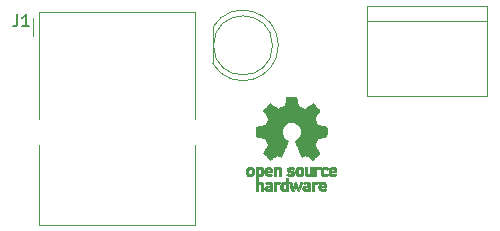
<source format=gbr>
G04 #@! TF.GenerationSoftware,KiCad,Pcbnew,(5.1.0)-1*
G04 #@! TF.CreationDate,2019-09-10T00:52:53+02:00*
G04 #@! TF.ProjectId,big_button_v1,6269675f-6275-4747-946f-6e5f76312e6b,rev?*
G04 #@! TF.SameCoordinates,Original*
G04 #@! TF.FileFunction,Legend,Top*
G04 #@! TF.FilePolarity,Positive*
%FSLAX46Y46*%
G04 Gerber Fmt 4.6, Leading zero omitted, Abs format (unit mm)*
G04 Created by KiCad (PCBNEW (5.1.0)-1) date 2019-09-10 00:52:53*
%MOMM*%
%LPD*%
G04 APERTURE LIST*
%ADD10C,0.010000*%
%ADD11C,0.120000*%
%ADD12C,0.100000*%
%ADD13C,0.150000*%
%ADD14R,1.622000X1.622000*%
%ADD15C,3.352000*%
%ADD16C,1.622000*%
%ADD17C,5.602000*%
%ADD18C,2.802000*%
%ADD19C,3.102000*%
%ADD20R,3.102000X3.102000*%
%ADD21C,1.902000*%
%ADD22R,1.902000X1.902000*%
G04 APERTURE END LIST*
D10*
G36*
X138694964Y-89318576D02*
G01*
X138770513Y-89719322D01*
X139328041Y-89949154D01*
X139662465Y-89721748D01*
X139756122Y-89658431D01*
X139840782Y-89601896D01*
X139912495Y-89554727D01*
X139967311Y-89519502D01*
X140001280Y-89498805D01*
X140010530Y-89494342D01*
X140027195Y-89505820D01*
X140062806Y-89537551D01*
X140113371Y-89585483D01*
X140174900Y-89645562D01*
X140243399Y-89713733D01*
X140314879Y-89785945D01*
X140385347Y-89858142D01*
X140450811Y-89926273D01*
X140507280Y-89986283D01*
X140550763Y-90034119D01*
X140577268Y-90065727D01*
X140583605Y-90076305D01*
X140574486Y-90095806D01*
X140548920Y-90138531D01*
X140509597Y-90200298D01*
X140459203Y-90276931D01*
X140400427Y-90364248D01*
X140366368Y-90414052D01*
X140304289Y-90504993D01*
X140249126Y-90587059D01*
X140203554Y-90656163D01*
X140170250Y-90708222D01*
X140151890Y-90739150D01*
X140149131Y-90745650D01*
X140155385Y-90764121D01*
X140172434Y-90807172D01*
X140197703Y-90868749D01*
X140228622Y-90942799D01*
X140262618Y-91023270D01*
X140297118Y-91104107D01*
X140329551Y-91179258D01*
X140357343Y-91242671D01*
X140377923Y-91288293D01*
X140388719Y-91310069D01*
X140389356Y-91310926D01*
X140406307Y-91315084D01*
X140451451Y-91324361D01*
X140520110Y-91337844D01*
X140607602Y-91354621D01*
X140709250Y-91373781D01*
X140768556Y-91384830D01*
X140877172Y-91405510D01*
X140975277Y-91425189D01*
X141057909Y-91442789D01*
X141120104Y-91457233D01*
X141156899Y-91467446D01*
X141164296Y-91470686D01*
X141171540Y-91492617D01*
X141177385Y-91542147D01*
X141181835Y-91613485D01*
X141184893Y-91700839D01*
X141186565Y-91798417D01*
X141186853Y-91900426D01*
X141185761Y-92001075D01*
X141183294Y-92094572D01*
X141179456Y-92175125D01*
X141174250Y-92236942D01*
X141167681Y-92274230D01*
X141163741Y-92281993D01*
X141140188Y-92291298D01*
X141090282Y-92304600D01*
X141020623Y-92320337D01*
X140937813Y-92336946D01*
X140908905Y-92342319D01*
X140769531Y-92367848D01*
X140659436Y-92388408D01*
X140574982Y-92404815D01*
X140512530Y-92417887D01*
X140468444Y-92428441D01*
X140439085Y-92437294D01*
X140420815Y-92445263D01*
X140409998Y-92453165D01*
X140408485Y-92454727D01*
X140393377Y-92479886D01*
X140370329Y-92528850D01*
X140341644Y-92595621D01*
X140309622Y-92674205D01*
X140276565Y-92758607D01*
X140244773Y-92842830D01*
X140216549Y-92920879D01*
X140194193Y-92986759D01*
X140180007Y-93034473D01*
X140176293Y-93058027D01*
X140176602Y-93058852D01*
X140189189Y-93078104D01*
X140217744Y-93120463D01*
X140259267Y-93181521D01*
X140310756Y-93256868D01*
X140369211Y-93342096D01*
X140385858Y-93366315D01*
X140445215Y-93454123D01*
X140497447Y-93534238D01*
X140539708Y-93602062D01*
X140569153Y-93652993D01*
X140582937Y-93682431D01*
X140583605Y-93686048D01*
X140572024Y-93705057D01*
X140540024Y-93742714D01*
X140491718Y-93794973D01*
X140431220Y-93857786D01*
X140362644Y-93927106D01*
X140290104Y-93998885D01*
X140217712Y-94069077D01*
X140149584Y-94133635D01*
X140089832Y-94188510D01*
X140042571Y-94229656D01*
X140011913Y-94253026D01*
X140003432Y-94256842D01*
X139983691Y-94247855D01*
X139943274Y-94223616D01*
X139888763Y-94188209D01*
X139846823Y-94159711D01*
X139770829Y-94107418D01*
X139680834Y-94045845D01*
X139590564Y-93984370D01*
X139542032Y-93951469D01*
X139377762Y-93840359D01*
X139239869Y-93914916D01*
X139177049Y-93947578D01*
X139123629Y-93972966D01*
X139087484Y-93987446D01*
X139078284Y-93989460D01*
X139067221Y-93974584D01*
X139045394Y-93932547D01*
X139014434Y-93867227D01*
X138975970Y-93782500D01*
X138931632Y-93682245D01*
X138883047Y-93570339D01*
X138831846Y-93450659D01*
X138779659Y-93327084D01*
X138728113Y-93203491D01*
X138678840Y-93083757D01*
X138633467Y-92971759D01*
X138593625Y-92871377D01*
X138560942Y-92786486D01*
X138537049Y-92720965D01*
X138523574Y-92678690D01*
X138521406Y-92664172D01*
X138538583Y-92645653D01*
X138576190Y-92615590D01*
X138626366Y-92580232D01*
X138630578Y-92577434D01*
X138760264Y-92473625D01*
X138864834Y-92352515D01*
X138943381Y-92217976D01*
X138994999Y-92073882D01*
X139018782Y-91924105D01*
X139013823Y-91772517D01*
X138979217Y-91622992D01*
X138914057Y-91479400D01*
X138894886Y-91447984D01*
X138795174Y-91321125D01*
X138677377Y-91219255D01*
X138545571Y-91142904D01*
X138403833Y-91092602D01*
X138256242Y-91068879D01*
X138106873Y-91072265D01*
X137959803Y-91103288D01*
X137819111Y-91162480D01*
X137688873Y-91250369D01*
X137648586Y-91286042D01*
X137546055Y-91397706D01*
X137471341Y-91515257D01*
X137420090Y-91647020D01*
X137391546Y-91777507D01*
X137384500Y-91924216D01*
X137407996Y-92071653D01*
X137459649Y-92214834D01*
X137537071Y-92348777D01*
X137637875Y-92468498D01*
X137759676Y-92569014D01*
X137775684Y-92579609D01*
X137826398Y-92614306D01*
X137864950Y-92644370D01*
X137883381Y-92663565D01*
X137883649Y-92664172D01*
X137879692Y-92684936D01*
X137864007Y-92732062D01*
X137838222Y-92801673D01*
X137803969Y-92889893D01*
X137762877Y-92992844D01*
X137716576Y-93106650D01*
X137666696Y-93227435D01*
X137614867Y-93351321D01*
X137562719Y-93474432D01*
X137511882Y-93592891D01*
X137463987Y-93702823D01*
X137420662Y-93800349D01*
X137383538Y-93881593D01*
X137354244Y-93942679D01*
X137334412Y-93979730D01*
X137326426Y-93989460D01*
X137302021Y-93981883D01*
X137256358Y-93961560D01*
X137197310Y-93932125D01*
X137164840Y-93914916D01*
X137026947Y-93840359D01*
X136862677Y-93951469D01*
X136778821Y-94008390D01*
X136687013Y-94071030D01*
X136600980Y-94130011D01*
X136557887Y-94159711D01*
X136497277Y-94200410D01*
X136445955Y-94232663D01*
X136410615Y-94252384D01*
X136399137Y-94256554D01*
X136382430Y-94245307D01*
X136345454Y-94213911D01*
X136291795Y-94165624D01*
X136225038Y-94103708D01*
X136148766Y-94031421D01*
X136100527Y-93985008D01*
X136016133Y-93902087D01*
X135943197Y-93827920D01*
X135884669Y-93765680D01*
X135843497Y-93718541D01*
X135822628Y-93689673D01*
X135820626Y-93683815D01*
X135829917Y-93661532D01*
X135855591Y-93616477D01*
X135894800Y-93553211D01*
X135944697Y-93476295D01*
X136002433Y-93390292D01*
X136018851Y-93366315D01*
X136078677Y-93279170D01*
X136132350Y-93200710D01*
X136176870Y-93135345D01*
X136209235Y-93087484D01*
X136226445Y-93061535D01*
X136228107Y-93058852D01*
X136225621Y-93038172D01*
X136212423Y-92992704D01*
X136190814Y-92928444D01*
X136163096Y-92851387D01*
X136131570Y-92767529D01*
X136098537Y-92682866D01*
X136066299Y-92603392D01*
X136037157Y-92535104D01*
X136013412Y-92483997D01*
X135997365Y-92456067D01*
X135996225Y-92454727D01*
X135986412Y-92446745D01*
X135969839Y-92438851D01*
X135942868Y-92430229D01*
X135901861Y-92420062D01*
X135843180Y-92407531D01*
X135763187Y-92391821D01*
X135658245Y-92372113D01*
X135524715Y-92347592D01*
X135495804Y-92342319D01*
X135410118Y-92325764D01*
X135335418Y-92309569D01*
X135278306Y-92295296D01*
X135245383Y-92284508D01*
X135240969Y-92281993D01*
X135233694Y-92259696D01*
X135227781Y-92209869D01*
X135223234Y-92138304D01*
X135220055Y-92050793D01*
X135218251Y-91953128D01*
X135217823Y-91851101D01*
X135218777Y-91750503D01*
X135221116Y-91657127D01*
X135224844Y-91576765D01*
X135229966Y-91515209D01*
X135236484Y-91478250D01*
X135240414Y-91470686D01*
X135262292Y-91463056D01*
X135312109Y-91450642D01*
X135384903Y-91434522D01*
X135475711Y-91415773D01*
X135579569Y-91395471D01*
X135636154Y-91384830D01*
X135743514Y-91364760D01*
X135839254Y-91346580D01*
X135918694Y-91331199D01*
X135977154Y-91319531D01*
X136009955Y-91312488D01*
X136015354Y-91310926D01*
X136024478Y-91293322D01*
X136043765Y-91250918D01*
X136070645Y-91189772D01*
X136102546Y-91115943D01*
X136136898Y-91035489D01*
X136171129Y-90954468D01*
X136202669Y-90878937D01*
X136228946Y-90814955D01*
X136247389Y-90768580D01*
X136255429Y-90745869D01*
X136255578Y-90744876D01*
X136246465Y-90726961D01*
X136220914Y-90685733D01*
X136181612Y-90625291D01*
X136131243Y-90549731D01*
X136072494Y-90463152D01*
X136038342Y-90413421D01*
X135976110Y-90322236D01*
X135920836Y-90239449D01*
X135875218Y-90169249D01*
X135841952Y-90115824D01*
X135823736Y-90083361D01*
X135821105Y-90076083D01*
X135832414Y-90059145D01*
X135863681Y-90022978D01*
X135910910Y-89971635D01*
X135970108Y-89909167D01*
X136037281Y-89839626D01*
X136108434Y-89767065D01*
X136179574Y-89695535D01*
X136246707Y-89629087D01*
X136305839Y-89571774D01*
X136352975Y-89527647D01*
X136384123Y-89500759D01*
X136394543Y-89494342D01*
X136411509Y-89503365D01*
X136452089Y-89528715D01*
X136512337Y-89567810D01*
X136588307Y-89618071D01*
X136676054Y-89676917D01*
X136742244Y-89721748D01*
X137076668Y-89949154D01*
X137355433Y-89834238D01*
X137634197Y-89719322D01*
X137709746Y-89318576D01*
X137785294Y-88917829D01*
X138619415Y-88917829D01*
X138694964Y-89318576D01*
X138694964Y-89318576D01*
G37*
X138694964Y-89318576D02*
X138770513Y-89719322D01*
X139328041Y-89949154D01*
X139662465Y-89721748D01*
X139756122Y-89658431D01*
X139840782Y-89601896D01*
X139912495Y-89554727D01*
X139967311Y-89519502D01*
X140001280Y-89498805D01*
X140010530Y-89494342D01*
X140027195Y-89505820D01*
X140062806Y-89537551D01*
X140113371Y-89585483D01*
X140174900Y-89645562D01*
X140243399Y-89713733D01*
X140314879Y-89785945D01*
X140385347Y-89858142D01*
X140450811Y-89926273D01*
X140507280Y-89986283D01*
X140550763Y-90034119D01*
X140577268Y-90065727D01*
X140583605Y-90076305D01*
X140574486Y-90095806D01*
X140548920Y-90138531D01*
X140509597Y-90200298D01*
X140459203Y-90276931D01*
X140400427Y-90364248D01*
X140366368Y-90414052D01*
X140304289Y-90504993D01*
X140249126Y-90587059D01*
X140203554Y-90656163D01*
X140170250Y-90708222D01*
X140151890Y-90739150D01*
X140149131Y-90745650D01*
X140155385Y-90764121D01*
X140172434Y-90807172D01*
X140197703Y-90868749D01*
X140228622Y-90942799D01*
X140262618Y-91023270D01*
X140297118Y-91104107D01*
X140329551Y-91179258D01*
X140357343Y-91242671D01*
X140377923Y-91288293D01*
X140388719Y-91310069D01*
X140389356Y-91310926D01*
X140406307Y-91315084D01*
X140451451Y-91324361D01*
X140520110Y-91337844D01*
X140607602Y-91354621D01*
X140709250Y-91373781D01*
X140768556Y-91384830D01*
X140877172Y-91405510D01*
X140975277Y-91425189D01*
X141057909Y-91442789D01*
X141120104Y-91457233D01*
X141156899Y-91467446D01*
X141164296Y-91470686D01*
X141171540Y-91492617D01*
X141177385Y-91542147D01*
X141181835Y-91613485D01*
X141184893Y-91700839D01*
X141186565Y-91798417D01*
X141186853Y-91900426D01*
X141185761Y-92001075D01*
X141183294Y-92094572D01*
X141179456Y-92175125D01*
X141174250Y-92236942D01*
X141167681Y-92274230D01*
X141163741Y-92281993D01*
X141140188Y-92291298D01*
X141090282Y-92304600D01*
X141020623Y-92320337D01*
X140937813Y-92336946D01*
X140908905Y-92342319D01*
X140769531Y-92367848D01*
X140659436Y-92388408D01*
X140574982Y-92404815D01*
X140512530Y-92417887D01*
X140468444Y-92428441D01*
X140439085Y-92437294D01*
X140420815Y-92445263D01*
X140409998Y-92453165D01*
X140408485Y-92454727D01*
X140393377Y-92479886D01*
X140370329Y-92528850D01*
X140341644Y-92595621D01*
X140309622Y-92674205D01*
X140276565Y-92758607D01*
X140244773Y-92842830D01*
X140216549Y-92920879D01*
X140194193Y-92986759D01*
X140180007Y-93034473D01*
X140176293Y-93058027D01*
X140176602Y-93058852D01*
X140189189Y-93078104D01*
X140217744Y-93120463D01*
X140259267Y-93181521D01*
X140310756Y-93256868D01*
X140369211Y-93342096D01*
X140385858Y-93366315D01*
X140445215Y-93454123D01*
X140497447Y-93534238D01*
X140539708Y-93602062D01*
X140569153Y-93652993D01*
X140582937Y-93682431D01*
X140583605Y-93686048D01*
X140572024Y-93705057D01*
X140540024Y-93742714D01*
X140491718Y-93794973D01*
X140431220Y-93857786D01*
X140362644Y-93927106D01*
X140290104Y-93998885D01*
X140217712Y-94069077D01*
X140149584Y-94133635D01*
X140089832Y-94188510D01*
X140042571Y-94229656D01*
X140011913Y-94253026D01*
X140003432Y-94256842D01*
X139983691Y-94247855D01*
X139943274Y-94223616D01*
X139888763Y-94188209D01*
X139846823Y-94159711D01*
X139770829Y-94107418D01*
X139680834Y-94045845D01*
X139590564Y-93984370D01*
X139542032Y-93951469D01*
X139377762Y-93840359D01*
X139239869Y-93914916D01*
X139177049Y-93947578D01*
X139123629Y-93972966D01*
X139087484Y-93987446D01*
X139078284Y-93989460D01*
X139067221Y-93974584D01*
X139045394Y-93932547D01*
X139014434Y-93867227D01*
X138975970Y-93782500D01*
X138931632Y-93682245D01*
X138883047Y-93570339D01*
X138831846Y-93450659D01*
X138779659Y-93327084D01*
X138728113Y-93203491D01*
X138678840Y-93083757D01*
X138633467Y-92971759D01*
X138593625Y-92871377D01*
X138560942Y-92786486D01*
X138537049Y-92720965D01*
X138523574Y-92678690D01*
X138521406Y-92664172D01*
X138538583Y-92645653D01*
X138576190Y-92615590D01*
X138626366Y-92580232D01*
X138630578Y-92577434D01*
X138760264Y-92473625D01*
X138864834Y-92352515D01*
X138943381Y-92217976D01*
X138994999Y-92073882D01*
X139018782Y-91924105D01*
X139013823Y-91772517D01*
X138979217Y-91622992D01*
X138914057Y-91479400D01*
X138894886Y-91447984D01*
X138795174Y-91321125D01*
X138677377Y-91219255D01*
X138545571Y-91142904D01*
X138403833Y-91092602D01*
X138256242Y-91068879D01*
X138106873Y-91072265D01*
X137959803Y-91103288D01*
X137819111Y-91162480D01*
X137688873Y-91250369D01*
X137648586Y-91286042D01*
X137546055Y-91397706D01*
X137471341Y-91515257D01*
X137420090Y-91647020D01*
X137391546Y-91777507D01*
X137384500Y-91924216D01*
X137407996Y-92071653D01*
X137459649Y-92214834D01*
X137537071Y-92348777D01*
X137637875Y-92468498D01*
X137759676Y-92569014D01*
X137775684Y-92579609D01*
X137826398Y-92614306D01*
X137864950Y-92644370D01*
X137883381Y-92663565D01*
X137883649Y-92664172D01*
X137879692Y-92684936D01*
X137864007Y-92732062D01*
X137838222Y-92801673D01*
X137803969Y-92889893D01*
X137762877Y-92992844D01*
X137716576Y-93106650D01*
X137666696Y-93227435D01*
X137614867Y-93351321D01*
X137562719Y-93474432D01*
X137511882Y-93592891D01*
X137463987Y-93702823D01*
X137420662Y-93800349D01*
X137383538Y-93881593D01*
X137354244Y-93942679D01*
X137334412Y-93979730D01*
X137326426Y-93989460D01*
X137302021Y-93981883D01*
X137256358Y-93961560D01*
X137197310Y-93932125D01*
X137164840Y-93914916D01*
X137026947Y-93840359D01*
X136862677Y-93951469D01*
X136778821Y-94008390D01*
X136687013Y-94071030D01*
X136600980Y-94130011D01*
X136557887Y-94159711D01*
X136497277Y-94200410D01*
X136445955Y-94232663D01*
X136410615Y-94252384D01*
X136399137Y-94256554D01*
X136382430Y-94245307D01*
X136345454Y-94213911D01*
X136291795Y-94165624D01*
X136225038Y-94103708D01*
X136148766Y-94031421D01*
X136100527Y-93985008D01*
X136016133Y-93902087D01*
X135943197Y-93827920D01*
X135884669Y-93765680D01*
X135843497Y-93718541D01*
X135822628Y-93689673D01*
X135820626Y-93683815D01*
X135829917Y-93661532D01*
X135855591Y-93616477D01*
X135894800Y-93553211D01*
X135944697Y-93476295D01*
X136002433Y-93390292D01*
X136018851Y-93366315D01*
X136078677Y-93279170D01*
X136132350Y-93200710D01*
X136176870Y-93135345D01*
X136209235Y-93087484D01*
X136226445Y-93061535D01*
X136228107Y-93058852D01*
X136225621Y-93038172D01*
X136212423Y-92992704D01*
X136190814Y-92928444D01*
X136163096Y-92851387D01*
X136131570Y-92767529D01*
X136098537Y-92682866D01*
X136066299Y-92603392D01*
X136037157Y-92535104D01*
X136013412Y-92483997D01*
X135997365Y-92456067D01*
X135996225Y-92454727D01*
X135986412Y-92446745D01*
X135969839Y-92438851D01*
X135942868Y-92430229D01*
X135901861Y-92420062D01*
X135843180Y-92407531D01*
X135763187Y-92391821D01*
X135658245Y-92372113D01*
X135524715Y-92347592D01*
X135495804Y-92342319D01*
X135410118Y-92325764D01*
X135335418Y-92309569D01*
X135278306Y-92295296D01*
X135245383Y-92284508D01*
X135240969Y-92281993D01*
X135233694Y-92259696D01*
X135227781Y-92209869D01*
X135223234Y-92138304D01*
X135220055Y-92050793D01*
X135218251Y-91953128D01*
X135217823Y-91851101D01*
X135218777Y-91750503D01*
X135221116Y-91657127D01*
X135224844Y-91576765D01*
X135229966Y-91515209D01*
X135236484Y-91478250D01*
X135240414Y-91470686D01*
X135262292Y-91463056D01*
X135312109Y-91450642D01*
X135384903Y-91434522D01*
X135475711Y-91415773D01*
X135579569Y-91395471D01*
X135636154Y-91384830D01*
X135743514Y-91364760D01*
X135839254Y-91346580D01*
X135918694Y-91331199D01*
X135977154Y-91319531D01*
X136009955Y-91312488D01*
X136015354Y-91310926D01*
X136024478Y-91293322D01*
X136043765Y-91250918D01*
X136070645Y-91189772D01*
X136102546Y-91115943D01*
X136136898Y-91035489D01*
X136171129Y-90954468D01*
X136202669Y-90878937D01*
X136228946Y-90814955D01*
X136247389Y-90768580D01*
X136255429Y-90745869D01*
X136255578Y-90744876D01*
X136246465Y-90726961D01*
X136220914Y-90685733D01*
X136181612Y-90625291D01*
X136131243Y-90549731D01*
X136072494Y-90463152D01*
X136038342Y-90413421D01*
X135976110Y-90322236D01*
X135920836Y-90239449D01*
X135875218Y-90169249D01*
X135841952Y-90115824D01*
X135823736Y-90083361D01*
X135821105Y-90076083D01*
X135832414Y-90059145D01*
X135863681Y-90022978D01*
X135910910Y-89971635D01*
X135970108Y-89909167D01*
X136037281Y-89839626D01*
X136108434Y-89767065D01*
X136179574Y-89695535D01*
X136246707Y-89629087D01*
X136305839Y-89571774D01*
X136352975Y-89527647D01*
X136384123Y-89500759D01*
X136394543Y-89494342D01*
X136411509Y-89503365D01*
X136452089Y-89528715D01*
X136512337Y-89567810D01*
X136588307Y-89618071D01*
X136676054Y-89676917D01*
X136742244Y-89721748D01*
X137076668Y-89949154D01*
X137355433Y-89834238D01*
X137634197Y-89719322D01*
X137709746Y-89318576D01*
X137785294Y-88917829D01*
X138619415Y-88917829D01*
X138694964Y-89318576D01*
G36*
X140585388Y-94857645D02*
G01*
X140642865Y-94875206D01*
X140679872Y-94897395D01*
X140691927Y-94914942D01*
X140688609Y-94935742D01*
X140667079Y-94968419D01*
X140648874Y-94991562D01*
X140611344Y-95033402D01*
X140583148Y-95051005D01*
X140559111Y-95049856D01*
X140487808Y-95031710D01*
X140435442Y-95032534D01*
X140392918Y-95053098D01*
X140378642Y-95065134D01*
X140332947Y-95107483D01*
X140332947Y-95660526D01*
X140149131Y-95660526D01*
X140149131Y-94858421D01*
X140241039Y-94858421D01*
X140296219Y-94860603D01*
X140324688Y-94868351D01*
X140332943Y-94883468D01*
X140332947Y-94883916D01*
X140336845Y-94899749D01*
X140354474Y-94897684D01*
X140378901Y-94886261D01*
X140429350Y-94865005D01*
X140470316Y-94852216D01*
X140523028Y-94848938D01*
X140585388Y-94857645D01*
X140585388Y-94857645D01*
G37*
X140585388Y-94857645D02*
X140642865Y-94875206D01*
X140679872Y-94897395D01*
X140691927Y-94914942D01*
X140688609Y-94935742D01*
X140667079Y-94968419D01*
X140648874Y-94991562D01*
X140611344Y-95033402D01*
X140583148Y-95051005D01*
X140559111Y-95049856D01*
X140487808Y-95031710D01*
X140435442Y-95032534D01*
X140392918Y-95053098D01*
X140378642Y-95065134D01*
X140332947Y-95107483D01*
X140332947Y-95660526D01*
X140149131Y-95660526D01*
X140149131Y-94858421D01*
X140241039Y-94858421D01*
X140296219Y-94860603D01*
X140324688Y-94868351D01*
X140332943Y-94883468D01*
X140332947Y-94883916D01*
X140336845Y-94899749D01*
X140354474Y-94897684D01*
X140378901Y-94886261D01*
X140429350Y-94865005D01*
X140470316Y-94852216D01*
X140523028Y-94848938D01*
X140585388Y-94857645D01*
G36*
X137191957Y-94872226D02*
G01*
X137233546Y-94892090D01*
X137273825Y-94920784D01*
X137304510Y-94953809D01*
X137326861Y-94995931D01*
X137342136Y-95051915D01*
X137351592Y-95126528D01*
X137356487Y-95224535D01*
X137358081Y-95350702D01*
X137358106Y-95363914D01*
X137358473Y-95660526D01*
X137174657Y-95660526D01*
X137174657Y-95387081D01*
X137174527Y-95285777D01*
X137173621Y-95212353D01*
X137171173Y-95161271D01*
X137166414Y-95126990D01*
X137158574Y-95103971D01*
X137146885Y-95086673D01*
X137130602Y-95069581D01*
X137073634Y-95032857D01*
X137011445Y-95026042D01*
X136952199Y-95049261D01*
X136931595Y-95066543D01*
X136916470Y-95082791D01*
X136905610Y-95100191D01*
X136898310Y-95124212D01*
X136893863Y-95160322D01*
X136891564Y-95213988D01*
X136890704Y-95290680D01*
X136890578Y-95384043D01*
X136890578Y-95660526D01*
X136706763Y-95660526D01*
X136706763Y-94858421D01*
X136798671Y-94858421D01*
X136853851Y-94860603D01*
X136882320Y-94868351D01*
X136890575Y-94883468D01*
X136890578Y-94883916D01*
X136894408Y-94898720D01*
X136911301Y-94897040D01*
X136944888Y-94880773D01*
X137021063Y-94856840D01*
X137108200Y-94854178D01*
X137191957Y-94872226D01*
X137191957Y-94872226D01*
G37*
X137191957Y-94872226D02*
X137233546Y-94892090D01*
X137273825Y-94920784D01*
X137304510Y-94953809D01*
X137326861Y-94995931D01*
X137342136Y-95051915D01*
X137351592Y-95126528D01*
X137356487Y-95224535D01*
X137358081Y-95350702D01*
X137358106Y-95363914D01*
X137358473Y-95660526D01*
X137174657Y-95660526D01*
X137174657Y-95387081D01*
X137174527Y-95285777D01*
X137173621Y-95212353D01*
X137171173Y-95161271D01*
X137166414Y-95126990D01*
X137158574Y-95103971D01*
X137146885Y-95086673D01*
X137130602Y-95069581D01*
X137073634Y-95032857D01*
X137011445Y-95026042D01*
X136952199Y-95049261D01*
X136931595Y-95066543D01*
X136916470Y-95082791D01*
X136905610Y-95100191D01*
X136898310Y-95124212D01*
X136893863Y-95160322D01*
X136891564Y-95213988D01*
X136890704Y-95290680D01*
X136890578Y-95384043D01*
X136890578Y-95660526D01*
X136706763Y-95660526D01*
X136706763Y-94858421D01*
X136798671Y-94858421D01*
X136853851Y-94860603D01*
X136882320Y-94868351D01*
X136890575Y-94883468D01*
X136890578Y-94883916D01*
X136894408Y-94898720D01*
X136911301Y-94897040D01*
X136944888Y-94880773D01*
X137021063Y-94856840D01*
X137108200Y-94854178D01*
X137191957Y-94872226D01*
G36*
X141752784Y-94855554D02*
G01*
X141795574Y-94865949D01*
X141877609Y-94904013D01*
X141947757Y-94962149D01*
X141996305Y-95031852D01*
X142002975Y-95047502D01*
X142012124Y-95088496D01*
X142018529Y-95149138D01*
X142020710Y-95210430D01*
X142020710Y-95326316D01*
X141778407Y-95326316D01*
X141678471Y-95326693D01*
X141608069Y-95328987D01*
X141563313Y-95334938D01*
X141540315Y-95346285D01*
X141535189Y-95364771D01*
X141544048Y-95392136D01*
X141559917Y-95424155D01*
X141604184Y-95477592D01*
X141665699Y-95504215D01*
X141740885Y-95503347D01*
X141826053Y-95474371D01*
X141899659Y-95438611D01*
X141960734Y-95486904D01*
X142021810Y-95535197D01*
X141964351Y-95588285D01*
X141887641Y-95638445D01*
X141793302Y-95668688D01*
X141691827Y-95677151D01*
X141593711Y-95661974D01*
X141577881Y-95656824D01*
X141491647Y-95611791D01*
X141427501Y-95544652D01*
X141384091Y-95453405D01*
X141360064Y-95336044D01*
X141359784Y-95333529D01*
X141357633Y-95205627D01*
X141366329Y-95159997D01*
X141536105Y-95159997D01*
X141551697Y-95167013D01*
X141594029Y-95172388D01*
X141656434Y-95175457D01*
X141695981Y-95175921D01*
X141769728Y-95175630D01*
X141815840Y-95173783D01*
X141840100Y-95168912D01*
X141848294Y-95159555D01*
X141846206Y-95144245D01*
X141844455Y-95138322D01*
X141814560Y-95082668D01*
X141767542Y-95037815D01*
X141726049Y-95018105D01*
X141670926Y-95019295D01*
X141615068Y-95043875D01*
X141568212Y-95084570D01*
X141540094Y-95134108D01*
X141536105Y-95159997D01*
X141366329Y-95159997D01*
X141379074Y-95093133D01*
X141421611Y-94998727D01*
X141482747Y-94925088D01*
X141559985Y-94874893D01*
X141650830Y-94850822D01*
X141752784Y-94855554D01*
X141752784Y-94855554D01*
G37*
X141752784Y-94855554D02*
X141795574Y-94865949D01*
X141877609Y-94904013D01*
X141947757Y-94962149D01*
X141996305Y-95031852D01*
X142002975Y-95047502D01*
X142012124Y-95088496D01*
X142018529Y-95149138D01*
X142020710Y-95210430D01*
X142020710Y-95326316D01*
X141778407Y-95326316D01*
X141678471Y-95326693D01*
X141608069Y-95328987D01*
X141563313Y-95334938D01*
X141540315Y-95346285D01*
X141535189Y-95364771D01*
X141544048Y-95392136D01*
X141559917Y-95424155D01*
X141604184Y-95477592D01*
X141665699Y-95504215D01*
X141740885Y-95503347D01*
X141826053Y-95474371D01*
X141899659Y-95438611D01*
X141960734Y-95486904D01*
X142021810Y-95535197D01*
X141964351Y-95588285D01*
X141887641Y-95638445D01*
X141793302Y-95668688D01*
X141691827Y-95677151D01*
X141593711Y-95661974D01*
X141577881Y-95656824D01*
X141491647Y-95611791D01*
X141427501Y-95544652D01*
X141384091Y-95453405D01*
X141360064Y-95336044D01*
X141359784Y-95333529D01*
X141357633Y-95205627D01*
X141366329Y-95159997D01*
X141536105Y-95159997D01*
X141551697Y-95167013D01*
X141594029Y-95172388D01*
X141656434Y-95175457D01*
X141695981Y-95175921D01*
X141769728Y-95175630D01*
X141815840Y-95173783D01*
X141840100Y-95168912D01*
X141848294Y-95159555D01*
X141846206Y-95144245D01*
X141844455Y-95138322D01*
X141814560Y-95082668D01*
X141767542Y-95037815D01*
X141726049Y-95018105D01*
X141670926Y-95019295D01*
X141615068Y-95043875D01*
X141568212Y-95084570D01*
X141540094Y-95134108D01*
X141536105Y-95159997D01*
X141366329Y-95159997D01*
X141379074Y-95093133D01*
X141421611Y-94998727D01*
X141482747Y-94925088D01*
X141559985Y-94874893D01*
X141650830Y-94850822D01*
X141752784Y-94855554D01*
G36*
X141140576Y-94865419D02*
G01*
X141237395Y-94906549D01*
X141267890Y-94926571D01*
X141306865Y-94957340D01*
X141331331Y-94981533D01*
X141335578Y-94989413D01*
X141323584Y-95006899D01*
X141292887Y-95036570D01*
X141268312Y-95057279D01*
X141201046Y-95111336D01*
X141147930Y-95066642D01*
X141106884Y-95037789D01*
X141066863Y-95027829D01*
X141021059Y-95030261D01*
X140948324Y-95048345D01*
X140898256Y-95085881D01*
X140867829Y-95146562D01*
X140854017Y-95234081D01*
X140854013Y-95234136D01*
X140855208Y-95331958D01*
X140873772Y-95403730D01*
X140910804Y-95452595D01*
X140936050Y-95469143D01*
X141003097Y-95489749D01*
X141074709Y-95489762D01*
X141137015Y-95469768D01*
X141151763Y-95460000D01*
X141188750Y-95435047D01*
X141217668Y-95430958D01*
X141248856Y-95449530D01*
X141283336Y-95482887D01*
X141337912Y-95539196D01*
X141277318Y-95589142D01*
X141183698Y-95645513D01*
X141078125Y-95673293D01*
X140967798Y-95671282D01*
X140895343Y-95652862D01*
X140810656Y-95607310D01*
X140742927Y-95535650D01*
X140712157Y-95485066D01*
X140687236Y-95412488D01*
X140674766Y-95320569D01*
X140674670Y-95220948D01*
X140686870Y-95125267D01*
X140711290Y-95045169D01*
X140715136Y-95036956D01*
X140772093Y-94956413D01*
X140849209Y-94897771D01*
X140940390Y-94862247D01*
X141039543Y-94851057D01*
X141140576Y-94865419D01*
X141140576Y-94865419D01*
G37*
X141140576Y-94865419D02*
X141237395Y-94906549D01*
X141267890Y-94926571D01*
X141306865Y-94957340D01*
X141331331Y-94981533D01*
X141335578Y-94989413D01*
X141323584Y-95006899D01*
X141292887Y-95036570D01*
X141268312Y-95057279D01*
X141201046Y-95111336D01*
X141147930Y-95066642D01*
X141106884Y-95037789D01*
X141066863Y-95027829D01*
X141021059Y-95030261D01*
X140948324Y-95048345D01*
X140898256Y-95085881D01*
X140867829Y-95146562D01*
X140854017Y-95234081D01*
X140854013Y-95234136D01*
X140855208Y-95331958D01*
X140873772Y-95403730D01*
X140910804Y-95452595D01*
X140936050Y-95469143D01*
X141003097Y-95489749D01*
X141074709Y-95489762D01*
X141137015Y-95469768D01*
X141151763Y-95460000D01*
X141188750Y-95435047D01*
X141217668Y-95430958D01*
X141248856Y-95449530D01*
X141283336Y-95482887D01*
X141337912Y-95539196D01*
X141277318Y-95589142D01*
X141183698Y-95645513D01*
X141078125Y-95673293D01*
X140967798Y-95671282D01*
X140895343Y-95652862D01*
X140810656Y-95607310D01*
X140742927Y-95535650D01*
X140712157Y-95485066D01*
X140687236Y-95412488D01*
X140674766Y-95320569D01*
X140674670Y-95220948D01*
X140686870Y-95125267D01*
X140711290Y-95045169D01*
X140715136Y-95036956D01*
X140772093Y-94956413D01*
X140849209Y-94897771D01*
X140940390Y-94862247D01*
X141039543Y-94851057D01*
X141140576Y-94865419D01*
G36*
X139514131Y-95118533D02*
G01*
X139515710Y-95241089D01*
X139521481Y-95334179D01*
X139532991Y-95401651D01*
X139551790Y-95447355D01*
X139579426Y-95475139D01*
X139617448Y-95488854D01*
X139664526Y-95492358D01*
X139713832Y-95488432D01*
X139751283Y-95474089D01*
X139778428Y-95445478D01*
X139796815Y-95398751D01*
X139807993Y-95330058D01*
X139813511Y-95235550D01*
X139814921Y-95118533D01*
X139814921Y-94858421D01*
X139998736Y-94858421D01*
X139998736Y-95660526D01*
X139906828Y-95660526D01*
X139851422Y-95658281D01*
X139822891Y-95650396D01*
X139814921Y-95635428D01*
X139810120Y-95622097D01*
X139791014Y-95624917D01*
X139752504Y-95643783D01*
X139664239Y-95672887D01*
X139570623Y-95670825D01*
X139480921Y-95639221D01*
X139438204Y-95614257D01*
X139405621Y-95587226D01*
X139381817Y-95553405D01*
X139365439Y-95508068D01*
X139355131Y-95446489D01*
X139349541Y-95363943D01*
X139347312Y-95255705D01*
X139347026Y-95172004D01*
X139347026Y-94858421D01*
X139514131Y-94858421D01*
X139514131Y-95118533D01*
X139514131Y-95118533D01*
G37*
X139514131Y-95118533D02*
X139515710Y-95241089D01*
X139521481Y-95334179D01*
X139532991Y-95401651D01*
X139551790Y-95447355D01*
X139579426Y-95475139D01*
X139617448Y-95488854D01*
X139664526Y-95492358D01*
X139713832Y-95488432D01*
X139751283Y-95474089D01*
X139778428Y-95445478D01*
X139796815Y-95398751D01*
X139807993Y-95330058D01*
X139813511Y-95235550D01*
X139814921Y-95118533D01*
X139814921Y-94858421D01*
X139998736Y-94858421D01*
X139998736Y-95660526D01*
X139906828Y-95660526D01*
X139851422Y-95658281D01*
X139822891Y-95650396D01*
X139814921Y-95635428D01*
X139810120Y-95622097D01*
X139791014Y-95624917D01*
X139752504Y-95643783D01*
X139664239Y-95672887D01*
X139570623Y-95670825D01*
X139480921Y-95639221D01*
X139438204Y-95614257D01*
X139405621Y-95587226D01*
X139381817Y-95553405D01*
X139365439Y-95508068D01*
X139355131Y-95446489D01*
X139349541Y-95363943D01*
X139347312Y-95255705D01*
X139347026Y-95172004D01*
X139347026Y-94858421D01*
X139514131Y-94858421D01*
X139514131Y-95118533D01*
G36*
X139005669Y-94868310D02*
G01*
X139090192Y-94914340D01*
X139156321Y-94987006D01*
X139187478Y-95046106D01*
X139200855Y-95098305D01*
X139209522Y-95172719D01*
X139213237Y-95258442D01*
X139211754Y-95344569D01*
X139204831Y-95420193D01*
X139196745Y-95460584D01*
X139169465Y-95515840D01*
X139122220Y-95574530D01*
X139065282Y-95625852D01*
X139008924Y-95659005D01*
X139007550Y-95659531D01*
X138937616Y-95674018D01*
X138854737Y-95674377D01*
X138775977Y-95661188D01*
X138745566Y-95650617D01*
X138667239Y-95606201D01*
X138611143Y-95548007D01*
X138574286Y-95470965D01*
X138553680Y-95370001D01*
X138549018Y-95317116D01*
X138549613Y-95250663D01*
X138728736Y-95250663D01*
X138734770Y-95347630D01*
X138752138Y-95421523D01*
X138779740Y-95468736D01*
X138799404Y-95482237D01*
X138849787Y-95491651D01*
X138909673Y-95488864D01*
X138961449Y-95475316D01*
X138975027Y-95467862D01*
X139010849Y-95424451D01*
X139034493Y-95358014D01*
X139044558Y-95277161D01*
X139039642Y-95190502D01*
X139028655Y-95138349D01*
X138997109Y-95077951D01*
X138947311Y-95040197D01*
X138887337Y-95027143D01*
X138825264Y-95040849D01*
X138777582Y-95074372D01*
X138752525Y-95102031D01*
X138737900Y-95129294D01*
X138730929Y-95166190D01*
X138728833Y-95222750D01*
X138728736Y-95250663D01*
X138549613Y-95250663D01*
X138550282Y-95175994D01*
X138573265Y-95060271D01*
X138617972Y-94969941D01*
X138684405Y-94905000D01*
X138772565Y-94865445D01*
X138791495Y-94860858D01*
X138905266Y-94850090D01*
X139005669Y-94868310D01*
X139005669Y-94868310D01*
G37*
X139005669Y-94868310D02*
X139090192Y-94914340D01*
X139156321Y-94987006D01*
X139187478Y-95046106D01*
X139200855Y-95098305D01*
X139209522Y-95172719D01*
X139213237Y-95258442D01*
X139211754Y-95344569D01*
X139204831Y-95420193D01*
X139196745Y-95460584D01*
X139169465Y-95515840D01*
X139122220Y-95574530D01*
X139065282Y-95625852D01*
X139008924Y-95659005D01*
X139007550Y-95659531D01*
X138937616Y-95674018D01*
X138854737Y-95674377D01*
X138775977Y-95661188D01*
X138745566Y-95650617D01*
X138667239Y-95606201D01*
X138611143Y-95548007D01*
X138574286Y-95470965D01*
X138553680Y-95370001D01*
X138549018Y-95317116D01*
X138549613Y-95250663D01*
X138728736Y-95250663D01*
X138734770Y-95347630D01*
X138752138Y-95421523D01*
X138779740Y-95468736D01*
X138799404Y-95482237D01*
X138849787Y-95491651D01*
X138909673Y-95488864D01*
X138961449Y-95475316D01*
X138975027Y-95467862D01*
X139010849Y-95424451D01*
X139034493Y-95358014D01*
X139044558Y-95277161D01*
X139039642Y-95190502D01*
X139028655Y-95138349D01*
X138997109Y-95077951D01*
X138947311Y-95040197D01*
X138887337Y-95027143D01*
X138825264Y-95040849D01*
X138777582Y-95074372D01*
X138752525Y-95102031D01*
X138737900Y-95129294D01*
X138730929Y-95166190D01*
X138728833Y-95222750D01*
X138728736Y-95250663D01*
X138549613Y-95250663D01*
X138550282Y-95175994D01*
X138573265Y-95060271D01*
X138617972Y-94969941D01*
X138684405Y-94905000D01*
X138772565Y-94865445D01*
X138791495Y-94860858D01*
X138905266Y-94850090D01*
X139005669Y-94868310D01*
G36*
X138212628Y-94855547D02*
G01*
X138275908Y-94867548D01*
X138341557Y-94892648D01*
X138348572Y-94895848D01*
X138398356Y-94922026D01*
X138432834Y-94946353D01*
X138443978Y-94961937D01*
X138433366Y-94987353D01*
X138407588Y-95024853D01*
X138396146Y-95038852D01*
X138348992Y-95093954D01*
X138288201Y-95058086D01*
X138230347Y-95034192D01*
X138163500Y-95021420D01*
X138099394Y-95020613D01*
X138049764Y-95032615D01*
X138037854Y-95040105D01*
X138015172Y-95074450D01*
X138012416Y-95114013D01*
X138029388Y-95144920D01*
X138039427Y-95150913D01*
X138069510Y-95158357D01*
X138122389Y-95167106D01*
X138187575Y-95175467D01*
X138199600Y-95176778D01*
X138304297Y-95194888D01*
X138380232Y-95225651D01*
X138430592Y-95271907D01*
X138458564Y-95336497D01*
X138467278Y-95415387D01*
X138455240Y-95505065D01*
X138416151Y-95575486D01*
X138349855Y-95626777D01*
X138256194Y-95659067D01*
X138152223Y-95671807D01*
X138067438Y-95671654D01*
X137998665Y-95660083D01*
X137951697Y-95644109D01*
X137892350Y-95616275D01*
X137837506Y-95583973D01*
X137818013Y-95569755D01*
X137767881Y-95528835D01*
X137888803Y-95406477D01*
X137957543Y-95451967D01*
X138026488Y-95486133D01*
X138100111Y-95504004D01*
X138170883Y-95505889D01*
X138231274Y-95492101D01*
X138273757Y-95462949D01*
X138287474Y-95438352D01*
X138285417Y-95398904D01*
X138251330Y-95368737D01*
X138185308Y-95347906D01*
X138112974Y-95338279D01*
X138001652Y-95319910D01*
X137918952Y-95285254D01*
X137863765Y-95233297D01*
X137834988Y-95163023D01*
X137831001Y-95079707D01*
X137850693Y-94992681D01*
X137895589Y-94926902D01*
X137966091Y-94882068D01*
X138062601Y-94857879D01*
X138134100Y-94853137D01*
X138212628Y-94855547D01*
X138212628Y-94855547D01*
G37*
X138212628Y-94855547D02*
X138275908Y-94867548D01*
X138341557Y-94892648D01*
X138348572Y-94895848D01*
X138398356Y-94922026D01*
X138432834Y-94946353D01*
X138443978Y-94961937D01*
X138433366Y-94987353D01*
X138407588Y-95024853D01*
X138396146Y-95038852D01*
X138348992Y-95093954D01*
X138288201Y-95058086D01*
X138230347Y-95034192D01*
X138163500Y-95021420D01*
X138099394Y-95020613D01*
X138049764Y-95032615D01*
X138037854Y-95040105D01*
X138015172Y-95074450D01*
X138012416Y-95114013D01*
X138029388Y-95144920D01*
X138039427Y-95150913D01*
X138069510Y-95158357D01*
X138122389Y-95167106D01*
X138187575Y-95175467D01*
X138199600Y-95176778D01*
X138304297Y-95194888D01*
X138380232Y-95225651D01*
X138430592Y-95271907D01*
X138458564Y-95336497D01*
X138467278Y-95415387D01*
X138455240Y-95505065D01*
X138416151Y-95575486D01*
X138349855Y-95626777D01*
X138256194Y-95659067D01*
X138152223Y-95671807D01*
X138067438Y-95671654D01*
X137998665Y-95660083D01*
X137951697Y-95644109D01*
X137892350Y-95616275D01*
X137837506Y-95583973D01*
X137818013Y-95569755D01*
X137767881Y-95528835D01*
X137888803Y-95406477D01*
X137957543Y-95451967D01*
X138026488Y-95486133D01*
X138100111Y-95504004D01*
X138170883Y-95505889D01*
X138231274Y-95492101D01*
X138273757Y-95462949D01*
X138287474Y-95438352D01*
X138285417Y-95398904D01*
X138251330Y-95368737D01*
X138185308Y-95347906D01*
X138112974Y-95338279D01*
X138001652Y-95319910D01*
X137918952Y-95285254D01*
X137863765Y-95233297D01*
X137834988Y-95163023D01*
X137831001Y-95079707D01*
X137850693Y-94992681D01*
X137895589Y-94926902D01*
X137966091Y-94882068D01*
X138062601Y-94857879D01*
X138134100Y-94853137D01*
X138212628Y-94855547D01*
G36*
X136391018Y-94877027D02*
G01*
X136407670Y-94884866D01*
X136465305Y-94927086D01*
X136519805Y-94988700D01*
X136560499Y-95056543D01*
X136572074Y-95087734D01*
X136582634Y-95143449D01*
X136588931Y-95210781D01*
X136589696Y-95238585D01*
X136589789Y-95326316D01*
X136084850Y-95326316D01*
X136095613Y-95372270D01*
X136122033Y-95426620D01*
X136168222Y-95473591D01*
X136223172Y-95503848D01*
X136258189Y-95510131D01*
X136305677Y-95502506D01*
X136362335Y-95483383D01*
X136381582Y-95474584D01*
X136452759Y-95439036D01*
X136513502Y-95485367D01*
X136548552Y-95516703D01*
X136567202Y-95542567D01*
X136568147Y-95550158D01*
X136551485Y-95568556D01*
X136514970Y-95596515D01*
X136481828Y-95618327D01*
X136392393Y-95657537D01*
X136292129Y-95675285D01*
X136192754Y-95670670D01*
X136113539Y-95646551D01*
X136031880Y-95594884D01*
X135973849Y-95526856D01*
X135937546Y-95438843D01*
X135921072Y-95327216D01*
X135919611Y-95276138D01*
X135925457Y-95159091D01*
X135926175Y-95155686D01*
X136093489Y-95155686D01*
X136098097Y-95166662D01*
X136117036Y-95172715D01*
X136156098Y-95175310D01*
X136221077Y-95175910D01*
X136246097Y-95175921D01*
X136322221Y-95175014D01*
X136370496Y-95171720D01*
X136396460Y-95165181D01*
X136405648Y-95154537D01*
X136405973Y-95151119D01*
X136395487Y-95123956D01*
X136369242Y-95085903D01*
X136357959Y-95072579D01*
X136316072Y-95034896D01*
X136272409Y-95020080D01*
X136248885Y-95018842D01*
X136185243Y-95034329D01*
X136131873Y-95075930D01*
X136098019Y-95136353D01*
X136097419Y-95138322D01*
X136093489Y-95155686D01*
X135926175Y-95155686D01*
X135944899Y-95066928D01*
X135979922Y-94993190D01*
X136022756Y-94940848D01*
X136101948Y-94884092D01*
X136195040Y-94853762D01*
X136294055Y-94851021D01*
X136391018Y-94877027D01*
X136391018Y-94877027D01*
G37*
X136391018Y-94877027D02*
X136407670Y-94884866D01*
X136465305Y-94927086D01*
X136519805Y-94988700D01*
X136560499Y-95056543D01*
X136572074Y-95087734D01*
X136582634Y-95143449D01*
X136588931Y-95210781D01*
X136589696Y-95238585D01*
X136589789Y-95326316D01*
X136084850Y-95326316D01*
X136095613Y-95372270D01*
X136122033Y-95426620D01*
X136168222Y-95473591D01*
X136223172Y-95503848D01*
X136258189Y-95510131D01*
X136305677Y-95502506D01*
X136362335Y-95483383D01*
X136381582Y-95474584D01*
X136452759Y-95439036D01*
X136513502Y-95485367D01*
X136548552Y-95516703D01*
X136567202Y-95542567D01*
X136568147Y-95550158D01*
X136551485Y-95568556D01*
X136514970Y-95596515D01*
X136481828Y-95618327D01*
X136392393Y-95657537D01*
X136292129Y-95675285D01*
X136192754Y-95670670D01*
X136113539Y-95646551D01*
X136031880Y-95594884D01*
X135973849Y-95526856D01*
X135937546Y-95438843D01*
X135921072Y-95327216D01*
X135919611Y-95276138D01*
X135925457Y-95159091D01*
X135926175Y-95155686D01*
X136093489Y-95155686D01*
X136098097Y-95166662D01*
X136117036Y-95172715D01*
X136156098Y-95175310D01*
X136221077Y-95175910D01*
X136246097Y-95175921D01*
X136322221Y-95175014D01*
X136370496Y-95171720D01*
X136396460Y-95165181D01*
X136405648Y-95154537D01*
X136405973Y-95151119D01*
X136395487Y-95123956D01*
X136369242Y-95085903D01*
X136357959Y-95072579D01*
X136316072Y-95034896D01*
X136272409Y-95020080D01*
X136248885Y-95018842D01*
X136185243Y-95034329D01*
X136131873Y-95075930D01*
X136098019Y-95136353D01*
X136097419Y-95138322D01*
X136093489Y-95155686D01*
X135926175Y-95155686D01*
X135944899Y-95066928D01*
X135979922Y-94993190D01*
X136022756Y-94940848D01*
X136101948Y-94884092D01*
X136195040Y-94853762D01*
X136294055Y-94851021D01*
X136391018Y-94877027D01*
G36*
X134820784Y-94867104D02*
G01*
X134908205Y-94905754D01*
X134974570Y-94970290D01*
X135019976Y-95060812D01*
X135044518Y-95177418D01*
X135046277Y-95195624D01*
X135047656Y-95323984D01*
X135029784Y-95436496D01*
X134993750Y-95527688D01*
X134974455Y-95557022D01*
X134907245Y-95619106D01*
X134821650Y-95659316D01*
X134725890Y-95676003D01*
X134628187Y-95667517D01*
X134553917Y-95641380D01*
X134490047Y-95597335D01*
X134437846Y-95539587D01*
X134436943Y-95538236D01*
X134415744Y-95502593D01*
X134401967Y-95466752D01*
X134393624Y-95421519D01*
X134388727Y-95357701D01*
X134386569Y-95305368D01*
X134385671Y-95257910D01*
X134552743Y-95257910D01*
X134554376Y-95305154D01*
X134560304Y-95368046D01*
X134570761Y-95408407D01*
X134589619Y-95437122D01*
X134607281Y-95453896D01*
X134669894Y-95489016D01*
X134735408Y-95493710D01*
X134796421Y-95468440D01*
X134826928Y-95440124D01*
X134848911Y-95411589D01*
X134861769Y-95384284D01*
X134867412Y-95348750D01*
X134867751Y-95295524D01*
X134866012Y-95246506D01*
X134862271Y-95176482D01*
X134856341Y-95131064D01*
X134845653Y-95101440D01*
X134827639Y-95078797D01*
X134813363Y-95065855D01*
X134753651Y-95031860D01*
X134689234Y-95030165D01*
X134635219Y-95050301D01*
X134589140Y-95092352D01*
X134561689Y-95161428D01*
X134552743Y-95257910D01*
X134385671Y-95257910D01*
X134384599Y-95201299D01*
X134387964Y-95123468D01*
X134398045Y-95064930D01*
X134416226Y-95018737D01*
X134443890Y-94977942D01*
X134454146Y-94965828D01*
X134518278Y-94905474D01*
X134587066Y-94870220D01*
X134671189Y-94855450D01*
X134712209Y-94854243D01*
X134820784Y-94867104D01*
X134820784Y-94867104D01*
G37*
X134820784Y-94867104D02*
X134908205Y-94905754D01*
X134974570Y-94970290D01*
X135019976Y-95060812D01*
X135044518Y-95177418D01*
X135046277Y-95195624D01*
X135047656Y-95323984D01*
X135029784Y-95436496D01*
X134993750Y-95527688D01*
X134974455Y-95557022D01*
X134907245Y-95619106D01*
X134821650Y-95659316D01*
X134725890Y-95676003D01*
X134628187Y-95667517D01*
X134553917Y-95641380D01*
X134490047Y-95597335D01*
X134437846Y-95539587D01*
X134436943Y-95538236D01*
X134415744Y-95502593D01*
X134401967Y-95466752D01*
X134393624Y-95421519D01*
X134388727Y-95357701D01*
X134386569Y-95305368D01*
X134385671Y-95257910D01*
X134552743Y-95257910D01*
X134554376Y-95305154D01*
X134560304Y-95368046D01*
X134570761Y-95408407D01*
X134589619Y-95437122D01*
X134607281Y-95453896D01*
X134669894Y-95489016D01*
X134735408Y-95493710D01*
X134796421Y-95468440D01*
X134826928Y-95440124D01*
X134848911Y-95411589D01*
X134861769Y-95384284D01*
X134867412Y-95348750D01*
X134867751Y-95295524D01*
X134866012Y-95246506D01*
X134862271Y-95176482D01*
X134856341Y-95131064D01*
X134845653Y-95101440D01*
X134827639Y-95078797D01*
X134813363Y-95065855D01*
X134753651Y-95031860D01*
X134689234Y-95030165D01*
X134635219Y-95050301D01*
X134589140Y-95092352D01*
X134561689Y-95161428D01*
X134552743Y-95257910D01*
X134385671Y-95257910D01*
X134384599Y-95201299D01*
X134387964Y-95123468D01*
X134398045Y-95064930D01*
X134416226Y-95018737D01*
X134443890Y-94977942D01*
X134454146Y-94965828D01*
X134518278Y-94905474D01*
X134587066Y-94870220D01*
X134671189Y-94855450D01*
X134712209Y-94854243D01*
X134820784Y-94867104D01*
G36*
X140895193Y-96116078D02*
G01*
X140975068Y-96136845D01*
X141041962Y-96179705D01*
X141074351Y-96211723D01*
X141127445Y-96287413D01*
X141157873Y-96375216D01*
X141168327Y-96483150D01*
X141168380Y-96491875D01*
X141168473Y-96579605D01*
X140663534Y-96579605D01*
X140674298Y-96625559D01*
X140693732Y-96667178D01*
X140727745Y-96710544D01*
X140734860Y-96717467D01*
X140796003Y-96754935D01*
X140865729Y-96761289D01*
X140945987Y-96736638D01*
X140959592Y-96730000D01*
X141001319Y-96709819D01*
X141029268Y-96698321D01*
X141034145Y-96697258D01*
X141051168Y-96707583D01*
X141083633Y-96732845D01*
X141100114Y-96746650D01*
X141134264Y-96778361D01*
X141145478Y-96799299D01*
X141137695Y-96818560D01*
X141133535Y-96823827D01*
X141105357Y-96846878D01*
X141058862Y-96874892D01*
X141026434Y-96891246D01*
X140934385Y-96920059D01*
X140832476Y-96929395D01*
X140735963Y-96918332D01*
X140708934Y-96910412D01*
X140625276Y-96865581D01*
X140563266Y-96796598D01*
X140522545Y-96702794D01*
X140502755Y-96583498D01*
X140500582Y-96521118D01*
X140506926Y-96430298D01*
X140667157Y-96430298D01*
X140682655Y-96437012D01*
X140724312Y-96442280D01*
X140784876Y-96445389D01*
X140825907Y-96445921D01*
X140899711Y-96445408D01*
X140946293Y-96443006D01*
X140971848Y-96437422D01*
X140982569Y-96427361D01*
X140984657Y-96412763D01*
X140970331Y-96367796D01*
X140934262Y-96323353D01*
X140886815Y-96289242D01*
X140839349Y-96275288D01*
X140774879Y-96287666D01*
X140719070Y-96323452D01*
X140680374Y-96375033D01*
X140667157Y-96430298D01*
X140506926Y-96430298D01*
X140509821Y-96388866D01*
X140538336Y-96283498D01*
X140586729Y-96204178D01*
X140655604Y-96150071D01*
X140745565Y-96120343D01*
X140794300Y-96114618D01*
X140895193Y-96116078D01*
X140895193Y-96116078D01*
G37*
X140895193Y-96116078D02*
X140975068Y-96136845D01*
X141041962Y-96179705D01*
X141074351Y-96211723D01*
X141127445Y-96287413D01*
X141157873Y-96375216D01*
X141168327Y-96483150D01*
X141168380Y-96491875D01*
X141168473Y-96579605D01*
X140663534Y-96579605D01*
X140674298Y-96625559D01*
X140693732Y-96667178D01*
X140727745Y-96710544D01*
X140734860Y-96717467D01*
X140796003Y-96754935D01*
X140865729Y-96761289D01*
X140945987Y-96736638D01*
X140959592Y-96730000D01*
X141001319Y-96709819D01*
X141029268Y-96698321D01*
X141034145Y-96697258D01*
X141051168Y-96707583D01*
X141083633Y-96732845D01*
X141100114Y-96746650D01*
X141134264Y-96778361D01*
X141145478Y-96799299D01*
X141137695Y-96818560D01*
X141133535Y-96823827D01*
X141105357Y-96846878D01*
X141058862Y-96874892D01*
X141026434Y-96891246D01*
X140934385Y-96920059D01*
X140832476Y-96929395D01*
X140735963Y-96918332D01*
X140708934Y-96910412D01*
X140625276Y-96865581D01*
X140563266Y-96796598D01*
X140522545Y-96702794D01*
X140502755Y-96583498D01*
X140500582Y-96521118D01*
X140506926Y-96430298D01*
X140667157Y-96430298D01*
X140682655Y-96437012D01*
X140724312Y-96442280D01*
X140784876Y-96445389D01*
X140825907Y-96445921D01*
X140899711Y-96445408D01*
X140946293Y-96443006D01*
X140971848Y-96437422D01*
X140982569Y-96427361D01*
X140984657Y-96412763D01*
X140970331Y-96367796D01*
X140934262Y-96323353D01*
X140886815Y-96289242D01*
X140839349Y-96275288D01*
X140774879Y-96287666D01*
X140719070Y-96323452D01*
X140680374Y-96375033D01*
X140667157Y-96430298D01*
X140506926Y-96430298D01*
X140509821Y-96388866D01*
X140538336Y-96283498D01*
X140586729Y-96204178D01*
X140655604Y-96150071D01*
X140745565Y-96120343D01*
X140794300Y-96114618D01*
X140895193Y-96116078D01*
G36*
X140367167Y-96111447D02*
G01*
X140431408Y-96124112D01*
X140467980Y-96142864D01*
X140506453Y-96174017D01*
X140451717Y-96243127D01*
X140417969Y-96284979D01*
X140395053Y-96305398D01*
X140372279Y-96308517D01*
X140338956Y-96298472D01*
X140323314Y-96292789D01*
X140259542Y-96284404D01*
X140201140Y-96302378D01*
X140158264Y-96342982D01*
X140151299Y-96355929D01*
X140143713Y-96390224D01*
X140137859Y-96453427D01*
X140134011Y-96541060D01*
X140132443Y-96648640D01*
X140132421Y-96663944D01*
X140132421Y-96930526D01*
X139948605Y-96930526D01*
X139948605Y-96111710D01*
X140040513Y-96111710D01*
X140093507Y-96113094D01*
X140121115Y-96119252D01*
X140131324Y-96133194D01*
X140132421Y-96146344D01*
X140132421Y-96180978D01*
X140176450Y-96146344D01*
X140226937Y-96122716D01*
X140294760Y-96111033D01*
X140367167Y-96111447D01*
X140367167Y-96111447D01*
G37*
X140367167Y-96111447D02*
X140431408Y-96124112D01*
X140467980Y-96142864D01*
X140506453Y-96174017D01*
X140451717Y-96243127D01*
X140417969Y-96284979D01*
X140395053Y-96305398D01*
X140372279Y-96308517D01*
X140338956Y-96298472D01*
X140323314Y-96292789D01*
X140259542Y-96284404D01*
X140201140Y-96302378D01*
X140158264Y-96342982D01*
X140151299Y-96355929D01*
X140143713Y-96390224D01*
X140137859Y-96453427D01*
X140134011Y-96541060D01*
X140132443Y-96648640D01*
X140132421Y-96663944D01*
X140132421Y-96930526D01*
X139948605Y-96930526D01*
X139948605Y-96111710D01*
X140040513Y-96111710D01*
X140093507Y-96113094D01*
X140121115Y-96119252D01*
X140131324Y-96133194D01*
X140132421Y-96146344D01*
X140132421Y-96180978D01*
X140176450Y-96146344D01*
X140226937Y-96122716D01*
X140294760Y-96111033D01*
X140367167Y-96111447D01*
G36*
X139573992Y-96116673D02*
G01*
X139644427Y-96133780D01*
X139664787Y-96142844D01*
X139704253Y-96166583D01*
X139734541Y-96193321D01*
X139756952Y-96227699D01*
X139772786Y-96274360D01*
X139783343Y-96337946D01*
X139789924Y-96423099D01*
X139793828Y-96534462D01*
X139795310Y-96608849D01*
X139800765Y-96930526D01*
X139707580Y-96930526D01*
X139651047Y-96928156D01*
X139621922Y-96920055D01*
X139614394Y-96906451D01*
X139610420Y-96891741D01*
X139592652Y-96894554D01*
X139568440Y-96906348D01*
X139507828Y-96924427D01*
X139429929Y-96929299D01*
X139347995Y-96921330D01*
X139275281Y-96900889D01*
X139268759Y-96898051D01*
X139202302Y-96851365D01*
X139158491Y-96786464D01*
X139138332Y-96710600D01*
X139139872Y-96683344D01*
X139304345Y-96683344D01*
X139318837Y-96720024D01*
X139361805Y-96746309D01*
X139431129Y-96760417D01*
X139468177Y-96762290D01*
X139529919Y-96757494D01*
X139570960Y-96738858D01*
X139580973Y-96730000D01*
X139608100Y-96681806D01*
X139614394Y-96638092D01*
X139614394Y-96579605D01*
X139532930Y-96579605D01*
X139438234Y-96584432D01*
X139371813Y-96599613D01*
X139329846Y-96626200D01*
X139320449Y-96638052D01*
X139304345Y-96683344D01*
X139139872Y-96683344D01*
X139142829Y-96631026D01*
X139172985Y-96554995D01*
X139214131Y-96503612D01*
X139239052Y-96481397D01*
X139263448Y-96466798D01*
X139295191Y-96457897D01*
X139342152Y-96452775D01*
X139412204Y-96449515D01*
X139439990Y-96448577D01*
X139614394Y-96442879D01*
X139614138Y-96390091D01*
X139607384Y-96334603D01*
X139582964Y-96301052D01*
X139533630Y-96279618D01*
X139532306Y-96279236D01*
X139462360Y-96270808D01*
X139393914Y-96281816D01*
X139343047Y-96308585D01*
X139322637Y-96321803D01*
X139300654Y-96319974D01*
X139266826Y-96300824D01*
X139246961Y-96287308D01*
X139208106Y-96258432D01*
X139184038Y-96236786D01*
X139180176Y-96230589D01*
X139196079Y-96198519D01*
X139243065Y-96160219D01*
X139263473Y-96147297D01*
X139322143Y-96125041D01*
X139401212Y-96112432D01*
X139489041Y-96109600D01*
X139573992Y-96116673D01*
X139573992Y-96116673D01*
G37*
X139573992Y-96116673D02*
X139644427Y-96133780D01*
X139664787Y-96142844D01*
X139704253Y-96166583D01*
X139734541Y-96193321D01*
X139756952Y-96227699D01*
X139772786Y-96274360D01*
X139783343Y-96337946D01*
X139789924Y-96423099D01*
X139793828Y-96534462D01*
X139795310Y-96608849D01*
X139800765Y-96930526D01*
X139707580Y-96930526D01*
X139651047Y-96928156D01*
X139621922Y-96920055D01*
X139614394Y-96906451D01*
X139610420Y-96891741D01*
X139592652Y-96894554D01*
X139568440Y-96906348D01*
X139507828Y-96924427D01*
X139429929Y-96929299D01*
X139347995Y-96921330D01*
X139275281Y-96900889D01*
X139268759Y-96898051D01*
X139202302Y-96851365D01*
X139158491Y-96786464D01*
X139138332Y-96710600D01*
X139139872Y-96683344D01*
X139304345Y-96683344D01*
X139318837Y-96720024D01*
X139361805Y-96746309D01*
X139431129Y-96760417D01*
X139468177Y-96762290D01*
X139529919Y-96757494D01*
X139570960Y-96738858D01*
X139580973Y-96730000D01*
X139608100Y-96681806D01*
X139614394Y-96638092D01*
X139614394Y-96579605D01*
X139532930Y-96579605D01*
X139438234Y-96584432D01*
X139371813Y-96599613D01*
X139329846Y-96626200D01*
X139320449Y-96638052D01*
X139304345Y-96683344D01*
X139139872Y-96683344D01*
X139142829Y-96631026D01*
X139172985Y-96554995D01*
X139214131Y-96503612D01*
X139239052Y-96481397D01*
X139263448Y-96466798D01*
X139295191Y-96457897D01*
X139342152Y-96452775D01*
X139412204Y-96449515D01*
X139439990Y-96448577D01*
X139614394Y-96442879D01*
X139614138Y-96390091D01*
X139607384Y-96334603D01*
X139582964Y-96301052D01*
X139533630Y-96279618D01*
X139532306Y-96279236D01*
X139462360Y-96270808D01*
X139393914Y-96281816D01*
X139343047Y-96308585D01*
X139322637Y-96321803D01*
X139300654Y-96319974D01*
X139266826Y-96300824D01*
X139246961Y-96287308D01*
X139208106Y-96258432D01*
X139184038Y-96236786D01*
X139180176Y-96230589D01*
X139196079Y-96198519D01*
X139243065Y-96160219D01*
X139263473Y-96147297D01*
X139322143Y-96125041D01*
X139401212Y-96112432D01*
X139489041Y-96109600D01*
X139573992Y-96116673D01*
G36*
X138568130Y-96115104D02*
G01*
X138634220Y-96120066D01*
X138720626Y-96379079D01*
X138807031Y-96638092D01*
X138834124Y-96546184D01*
X138850428Y-96489384D01*
X138871875Y-96412625D01*
X138895035Y-96328251D01*
X138907280Y-96282993D01*
X138953344Y-96111710D01*
X139143387Y-96111710D01*
X139086582Y-96291349D01*
X139058607Y-96379704D01*
X139024813Y-96486281D01*
X138989520Y-96597454D01*
X138958013Y-96696579D01*
X138886250Y-96922171D01*
X138731286Y-96932253D01*
X138689270Y-96793528D01*
X138663359Y-96707351D01*
X138635083Y-96612347D01*
X138610369Y-96528441D01*
X138609394Y-96525102D01*
X138590935Y-96468248D01*
X138574649Y-96429456D01*
X138563242Y-96414787D01*
X138560898Y-96416483D01*
X138552671Y-96439225D01*
X138537038Y-96487940D01*
X138515904Y-96556502D01*
X138491170Y-96638785D01*
X138477787Y-96684046D01*
X138405311Y-96930526D01*
X138251495Y-96930526D01*
X138128531Y-96542006D01*
X138093988Y-96433022D01*
X138062521Y-96334048D01*
X138035616Y-96249736D01*
X138014759Y-96184734D01*
X138001438Y-96143692D01*
X137997388Y-96131701D01*
X138000594Y-96119423D01*
X138025765Y-96114046D01*
X138078146Y-96114584D01*
X138086345Y-96114990D01*
X138183482Y-96120066D01*
X138247100Y-96354013D01*
X138270484Y-96439333D01*
X138291381Y-96514335D01*
X138307951Y-96572507D01*
X138318354Y-96607337D01*
X138320276Y-96613016D01*
X138328241Y-96606486D01*
X138344304Y-96572654D01*
X138366621Y-96516127D01*
X138393345Y-96441510D01*
X138415937Y-96374107D01*
X138502041Y-96110143D01*
X138568130Y-96115104D01*
X138568130Y-96115104D01*
G37*
X138568130Y-96115104D02*
X138634220Y-96120066D01*
X138720626Y-96379079D01*
X138807031Y-96638092D01*
X138834124Y-96546184D01*
X138850428Y-96489384D01*
X138871875Y-96412625D01*
X138895035Y-96328251D01*
X138907280Y-96282993D01*
X138953344Y-96111710D01*
X139143387Y-96111710D01*
X139086582Y-96291349D01*
X139058607Y-96379704D01*
X139024813Y-96486281D01*
X138989520Y-96597454D01*
X138958013Y-96696579D01*
X138886250Y-96922171D01*
X138731286Y-96932253D01*
X138689270Y-96793528D01*
X138663359Y-96707351D01*
X138635083Y-96612347D01*
X138610369Y-96528441D01*
X138609394Y-96525102D01*
X138590935Y-96468248D01*
X138574649Y-96429456D01*
X138563242Y-96414787D01*
X138560898Y-96416483D01*
X138552671Y-96439225D01*
X138537038Y-96487940D01*
X138515904Y-96556502D01*
X138491170Y-96638785D01*
X138477787Y-96684046D01*
X138405311Y-96930526D01*
X138251495Y-96930526D01*
X138128531Y-96542006D01*
X138093988Y-96433022D01*
X138062521Y-96334048D01*
X138035616Y-96249736D01*
X138014759Y-96184734D01*
X138001438Y-96143692D01*
X137997388Y-96131701D01*
X138000594Y-96119423D01*
X138025765Y-96114046D01*
X138078146Y-96114584D01*
X138086345Y-96114990D01*
X138183482Y-96120066D01*
X138247100Y-96354013D01*
X138270484Y-96439333D01*
X138291381Y-96514335D01*
X138307951Y-96572507D01*
X138318354Y-96607337D01*
X138320276Y-96613016D01*
X138328241Y-96606486D01*
X138344304Y-96572654D01*
X138366621Y-96516127D01*
X138393345Y-96441510D01*
X138415937Y-96374107D01*
X138502041Y-96110143D01*
X138568130Y-96115104D01*
G36*
X137926631Y-96930526D02*
G01*
X137834723Y-96930526D01*
X137781377Y-96928962D01*
X137753593Y-96922485D01*
X137743590Y-96908418D01*
X137742815Y-96898906D01*
X137741128Y-96879832D01*
X137730490Y-96876174D01*
X137702535Y-96887932D01*
X137680795Y-96898906D01*
X137597332Y-96924911D01*
X137506604Y-96926416D01*
X137432842Y-96907021D01*
X137364154Y-96860165D01*
X137311794Y-96791004D01*
X137283122Y-96709427D01*
X137282392Y-96704866D01*
X137278132Y-96655101D01*
X137276014Y-96583659D01*
X137276184Y-96529626D01*
X137458720Y-96529626D01*
X137462949Y-96601441D01*
X137472568Y-96660634D01*
X137485590Y-96694060D01*
X137534856Y-96739740D01*
X137593350Y-96756115D01*
X137653671Y-96742873D01*
X137705217Y-96703373D01*
X137724738Y-96676807D01*
X137736152Y-96645106D01*
X137741498Y-96598832D01*
X137742815Y-96529328D01*
X137740458Y-96460499D01*
X137734233Y-96400026D01*
X137725408Y-96359556D01*
X137723937Y-96355929D01*
X137688347Y-96312802D01*
X137636400Y-96289124D01*
X137578278Y-96285301D01*
X137524160Y-96301738D01*
X137484226Y-96338840D01*
X137480083Y-96346222D01*
X137467116Y-96391239D01*
X137460052Y-96455967D01*
X137458720Y-96529626D01*
X137276184Y-96529626D01*
X137276271Y-96502230D01*
X137277472Y-96458405D01*
X137285645Y-96349988D01*
X137302630Y-96268588D01*
X137330887Y-96208412D01*
X137372872Y-96163666D01*
X137413632Y-96137400D01*
X137470581Y-96118935D01*
X137541411Y-96112602D01*
X137613941Y-96117760D01*
X137675986Y-96133769D01*
X137708768Y-96152920D01*
X137742815Y-96183732D01*
X137742815Y-95794210D01*
X137926631Y-95794210D01*
X137926631Y-96930526D01*
X137926631Y-96930526D01*
G37*
X137926631Y-96930526D02*
X137834723Y-96930526D01*
X137781377Y-96928962D01*
X137753593Y-96922485D01*
X137743590Y-96908418D01*
X137742815Y-96898906D01*
X137741128Y-96879832D01*
X137730490Y-96876174D01*
X137702535Y-96887932D01*
X137680795Y-96898906D01*
X137597332Y-96924911D01*
X137506604Y-96926416D01*
X137432842Y-96907021D01*
X137364154Y-96860165D01*
X137311794Y-96791004D01*
X137283122Y-96709427D01*
X137282392Y-96704866D01*
X137278132Y-96655101D01*
X137276014Y-96583659D01*
X137276184Y-96529626D01*
X137458720Y-96529626D01*
X137462949Y-96601441D01*
X137472568Y-96660634D01*
X137485590Y-96694060D01*
X137534856Y-96739740D01*
X137593350Y-96756115D01*
X137653671Y-96742873D01*
X137705217Y-96703373D01*
X137724738Y-96676807D01*
X137736152Y-96645106D01*
X137741498Y-96598832D01*
X137742815Y-96529328D01*
X137740458Y-96460499D01*
X137734233Y-96400026D01*
X137725408Y-96359556D01*
X137723937Y-96355929D01*
X137688347Y-96312802D01*
X137636400Y-96289124D01*
X137578278Y-96285301D01*
X137524160Y-96301738D01*
X137484226Y-96338840D01*
X137480083Y-96346222D01*
X137467116Y-96391239D01*
X137460052Y-96455967D01*
X137458720Y-96529626D01*
X137276184Y-96529626D01*
X137276271Y-96502230D01*
X137277472Y-96458405D01*
X137285645Y-96349988D01*
X137302630Y-96268588D01*
X137330887Y-96208412D01*
X137372872Y-96163666D01*
X137413632Y-96137400D01*
X137470581Y-96118935D01*
X137541411Y-96112602D01*
X137613941Y-96117760D01*
X137675986Y-96133769D01*
X137708768Y-96152920D01*
X137742815Y-96183732D01*
X137742815Y-95794210D01*
X137926631Y-95794210D01*
X137926631Y-96930526D01*
G36*
X136873881Y-96113486D02*
G01*
X136898888Y-96120982D01*
X136906950Y-96137451D01*
X136907289Y-96144886D01*
X136908736Y-96165594D01*
X136918698Y-96168845D01*
X136945612Y-96154648D01*
X136961598Y-96144948D01*
X137012033Y-96124175D01*
X137072272Y-96113904D01*
X137135434Y-96113114D01*
X137194637Y-96120786D01*
X137243002Y-96135898D01*
X137273646Y-96157432D01*
X137279689Y-96184366D01*
X137276639Y-96191660D01*
X137254406Y-96221937D01*
X137219930Y-96259175D01*
X137213694Y-96265195D01*
X137180833Y-96292875D01*
X137152480Y-96301818D01*
X137112827Y-96295576D01*
X137096942Y-96291429D01*
X137047509Y-96281467D01*
X137012752Y-96285947D01*
X136983400Y-96301746D01*
X136956513Y-96322949D01*
X136936710Y-96349614D01*
X136922948Y-96386827D01*
X136914184Y-96439673D01*
X136909374Y-96513237D01*
X136907474Y-96612605D01*
X136907289Y-96672601D01*
X136907289Y-96930526D01*
X136740184Y-96930526D01*
X136740184Y-96111710D01*
X136823736Y-96111710D01*
X136873881Y-96113486D01*
X136873881Y-96113486D01*
G37*
X136873881Y-96113486D02*
X136898888Y-96120982D01*
X136906950Y-96137451D01*
X136907289Y-96144886D01*
X136908736Y-96165594D01*
X136918698Y-96168845D01*
X136945612Y-96154648D01*
X136961598Y-96144948D01*
X137012033Y-96124175D01*
X137072272Y-96113904D01*
X137135434Y-96113114D01*
X137194637Y-96120786D01*
X137243002Y-96135898D01*
X137273646Y-96157432D01*
X137279689Y-96184366D01*
X137276639Y-96191660D01*
X137254406Y-96221937D01*
X137219930Y-96259175D01*
X137213694Y-96265195D01*
X137180833Y-96292875D01*
X137152480Y-96301818D01*
X137112827Y-96295576D01*
X137096942Y-96291429D01*
X137047509Y-96281467D01*
X137012752Y-96285947D01*
X136983400Y-96301746D01*
X136956513Y-96322949D01*
X136936710Y-96349614D01*
X136922948Y-96386827D01*
X136914184Y-96439673D01*
X136909374Y-96513237D01*
X136907474Y-96612605D01*
X136907289Y-96672601D01*
X136907289Y-96930526D01*
X136740184Y-96930526D01*
X136740184Y-96111710D01*
X136823736Y-96111710D01*
X136873881Y-96113486D01*
G36*
X136354457Y-96118184D02*
G01*
X136433070Y-96139160D01*
X136492916Y-96177180D01*
X136535147Y-96226978D01*
X136548275Y-96248230D01*
X136557968Y-96270492D01*
X136564744Y-96298970D01*
X136569123Y-96338871D01*
X136571624Y-96395401D01*
X136572768Y-96473767D01*
X136573072Y-96579176D01*
X136573078Y-96607142D01*
X136573078Y-96930526D01*
X136492868Y-96930526D01*
X136441706Y-96926943D01*
X136403877Y-96917866D01*
X136394399Y-96912268D01*
X136368488Y-96902606D01*
X136342024Y-96912268D01*
X136298452Y-96924330D01*
X136235160Y-96929185D01*
X136165010Y-96927078D01*
X136100860Y-96918256D01*
X136063407Y-96906937D01*
X135990933Y-96860412D01*
X135945640Y-96795846D01*
X135925278Y-96710000D01*
X135925088Y-96707796D01*
X135926875Y-96669713D01*
X136088473Y-96669713D01*
X136102601Y-96713030D01*
X136125612Y-96737408D01*
X136171804Y-96755845D01*
X136232775Y-96763205D01*
X136294949Y-96759583D01*
X136344751Y-96745074D01*
X136358703Y-96735765D01*
X136383085Y-96692753D01*
X136389263Y-96643857D01*
X136389263Y-96579605D01*
X136296818Y-96579605D01*
X136208995Y-96586366D01*
X136142418Y-96605520D01*
X136101002Y-96635376D01*
X136088473Y-96669713D01*
X135926875Y-96669713D01*
X135929490Y-96614004D01*
X135960424Y-96539847D01*
X136018581Y-96483767D01*
X136026620Y-96478665D01*
X136061163Y-96462055D01*
X136103918Y-96451996D01*
X136163686Y-96447107D01*
X136234690Y-96445983D01*
X136389263Y-96445921D01*
X136389263Y-96381125D01*
X136382706Y-96330850D01*
X136365975Y-96297169D01*
X136364016Y-96295376D01*
X136326783Y-96280642D01*
X136270580Y-96274931D01*
X136208467Y-96277737D01*
X136153510Y-96288556D01*
X136120899Y-96304782D01*
X136103228Y-96317780D01*
X136084569Y-96320262D01*
X136058819Y-96309613D01*
X136019873Y-96283218D01*
X135961630Y-96238465D01*
X135956284Y-96234273D01*
X135959023Y-96218760D01*
X135981876Y-96192960D01*
X136016609Y-96164289D01*
X136054990Y-96140166D01*
X136067048Y-96134470D01*
X136111034Y-96123103D01*
X136175487Y-96114995D01*
X136247497Y-96111743D01*
X136250864Y-96111736D01*
X136354457Y-96118184D01*
X136354457Y-96118184D01*
G37*
X136354457Y-96118184D02*
X136433070Y-96139160D01*
X136492916Y-96177180D01*
X136535147Y-96226978D01*
X136548275Y-96248230D01*
X136557968Y-96270492D01*
X136564744Y-96298970D01*
X136569123Y-96338871D01*
X136571624Y-96395401D01*
X136572768Y-96473767D01*
X136573072Y-96579176D01*
X136573078Y-96607142D01*
X136573078Y-96930526D01*
X136492868Y-96930526D01*
X136441706Y-96926943D01*
X136403877Y-96917866D01*
X136394399Y-96912268D01*
X136368488Y-96902606D01*
X136342024Y-96912268D01*
X136298452Y-96924330D01*
X136235160Y-96929185D01*
X136165010Y-96927078D01*
X136100860Y-96918256D01*
X136063407Y-96906937D01*
X135990933Y-96860412D01*
X135945640Y-96795846D01*
X135925278Y-96710000D01*
X135925088Y-96707796D01*
X135926875Y-96669713D01*
X136088473Y-96669713D01*
X136102601Y-96713030D01*
X136125612Y-96737408D01*
X136171804Y-96755845D01*
X136232775Y-96763205D01*
X136294949Y-96759583D01*
X136344751Y-96745074D01*
X136358703Y-96735765D01*
X136383085Y-96692753D01*
X136389263Y-96643857D01*
X136389263Y-96579605D01*
X136296818Y-96579605D01*
X136208995Y-96586366D01*
X136142418Y-96605520D01*
X136101002Y-96635376D01*
X136088473Y-96669713D01*
X135926875Y-96669713D01*
X135929490Y-96614004D01*
X135960424Y-96539847D01*
X136018581Y-96483767D01*
X136026620Y-96478665D01*
X136061163Y-96462055D01*
X136103918Y-96451996D01*
X136163686Y-96447107D01*
X136234690Y-96445983D01*
X136389263Y-96445921D01*
X136389263Y-96381125D01*
X136382706Y-96330850D01*
X136365975Y-96297169D01*
X136364016Y-96295376D01*
X136326783Y-96280642D01*
X136270580Y-96274931D01*
X136208467Y-96277737D01*
X136153510Y-96288556D01*
X136120899Y-96304782D01*
X136103228Y-96317780D01*
X136084569Y-96320262D01*
X136058819Y-96309613D01*
X136019873Y-96283218D01*
X135961630Y-96238465D01*
X135956284Y-96234273D01*
X135959023Y-96218760D01*
X135981876Y-96192960D01*
X136016609Y-96164289D01*
X136054990Y-96140166D01*
X136067048Y-96134470D01*
X136111034Y-96123103D01*
X136175487Y-96114995D01*
X136247497Y-96111743D01*
X136250864Y-96111736D01*
X136354457Y-96118184D01*
G36*
X135657360Y-94872468D02*
G01*
X135692592Y-94889874D01*
X135736040Y-94920206D01*
X135767706Y-94953283D01*
X135789394Y-94994817D01*
X135802903Y-95050522D01*
X135810038Y-95126111D01*
X135812600Y-95227296D01*
X135812750Y-95270797D01*
X135812312Y-95366135D01*
X135810496Y-95434271D01*
X135806545Y-95481418D01*
X135799702Y-95513790D01*
X135789211Y-95537600D01*
X135778296Y-95553843D01*
X135708619Y-95622952D01*
X135626566Y-95664521D01*
X135538050Y-95677023D01*
X135448981Y-95658934D01*
X135420763Y-95646142D01*
X135353210Y-95610931D01*
X135353210Y-96162700D01*
X135402512Y-96137205D01*
X135467473Y-96117480D01*
X135547320Y-96112427D01*
X135627052Y-96121756D01*
X135687265Y-96142714D01*
X135737208Y-96182627D01*
X135779881Y-96239741D01*
X135783090Y-96245605D01*
X135796622Y-96273227D01*
X135806505Y-96301068D01*
X135813309Y-96334794D01*
X135817601Y-96380071D01*
X135819951Y-96442562D01*
X135820928Y-96527935D01*
X135821105Y-96624010D01*
X135821105Y-96930526D01*
X135637289Y-96930526D01*
X135637289Y-96365339D01*
X135585875Y-96322077D01*
X135532466Y-96287472D01*
X135481888Y-96281180D01*
X135431030Y-96297372D01*
X135403925Y-96313227D01*
X135383751Y-96335810D01*
X135369403Y-96369940D01*
X135359776Y-96420434D01*
X135353763Y-96492111D01*
X135350260Y-96589788D01*
X135349026Y-96654802D01*
X135344855Y-96922171D01*
X135257125Y-96927222D01*
X135169394Y-96932273D01*
X135169394Y-95273101D01*
X135353210Y-95273101D01*
X135357896Y-95365600D01*
X135373688Y-95429809D01*
X135403183Y-95469759D01*
X135448980Y-95489480D01*
X135495250Y-95493421D01*
X135547628Y-95488892D01*
X135582390Y-95471069D01*
X135604128Y-95447519D01*
X135621240Y-95422189D01*
X135631427Y-95393969D01*
X135635960Y-95354431D01*
X135636109Y-95295142D01*
X135634584Y-95245498D01*
X135631081Y-95170710D01*
X135625867Y-95121611D01*
X135617087Y-95090467D01*
X135602886Y-95069545D01*
X135589484Y-95057452D01*
X135533487Y-95031081D01*
X135467211Y-95026822D01*
X135429156Y-95035906D01*
X135391477Y-95068196D01*
X135366519Y-95131006D01*
X135354422Y-95223894D01*
X135353210Y-95273101D01*
X135169394Y-95273101D01*
X135169394Y-94858421D01*
X135261302Y-94858421D01*
X135316483Y-94860603D01*
X135344952Y-94868351D01*
X135353206Y-94883468D01*
X135353210Y-94883916D01*
X135357040Y-94898720D01*
X135373933Y-94897039D01*
X135407519Y-94880772D01*
X135485778Y-94855887D01*
X135573827Y-94853271D01*
X135657360Y-94872468D01*
X135657360Y-94872468D01*
G37*
X135657360Y-94872468D02*
X135692592Y-94889874D01*
X135736040Y-94920206D01*
X135767706Y-94953283D01*
X135789394Y-94994817D01*
X135802903Y-95050522D01*
X135810038Y-95126111D01*
X135812600Y-95227296D01*
X135812750Y-95270797D01*
X135812312Y-95366135D01*
X135810496Y-95434271D01*
X135806545Y-95481418D01*
X135799702Y-95513790D01*
X135789211Y-95537600D01*
X135778296Y-95553843D01*
X135708619Y-95622952D01*
X135626566Y-95664521D01*
X135538050Y-95677023D01*
X135448981Y-95658934D01*
X135420763Y-95646142D01*
X135353210Y-95610931D01*
X135353210Y-96162700D01*
X135402512Y-96137205D01*
X135467473Y-96117480D01*
X135547320Y-96112427D01*
X135627052Y-96121756D01*
X135687265Y-96142714D01*
X135737208Y-96182627D01*
X135779881Y-96239741D01*
X135783090Y-96245605D01*
X135796622Y-96273227D01*
X135806505Y-96301068D01*
X135813309Y-96334794D01*
X135817601Y-96380071D01*
X135819951Y-96442562D01*
X135820928Y-96527935D01*
X135821105Y-96624010D01*
X135821105Y-96930526D01*
X135637289Y-96930526D01*
X135637289Y-96365339D01*
X135585875Y-96322077D01*
X135532466Y-96287472D01*
X135481888Y-96281180D01*
X135431030Y-96297372D01*
X135403925Y-96313227D01*
X135383751Y-96335810D01*
X135369403Y-96369940D01*
X135359776Y-96420434D01*
X135353763Y-96492111D01*
X135350260Y-96589788D01*
X135349026Y-96654802D01*
X135344855Y-96922171D01*
X135257125Y-96927222D01*
X135169394Y-96932273D01*
X135169394Y-95273101D01*
X135353210Y-95273101D01*
X135357896Y-95365600D01*
X135373688Y-95429809D01*
X135403183Y-95469759D01*
X135448980Y-95489480D01*
X135495250Y-95493421D01*
X135547628Y-95488892D01*
X135582390Y-95471069D01*
X135604128Y-95447519D01*
X135621240Y-95422189D01*
X135631427Y-95393969D01*
X135635960Y-95354431D01*
X135636109Y-95295142D01*
X135634584Y-95245498D01*
X135631081Y-95170710D01*
X135625867Y-95121611D01*
X135617087Y-95090467D01*
X135602886Y-95069545D01*
X135589484Y-95057452D01*
X135533487Y-95031081D01*
X135467211Y-95026822D01*
X135429156Y-95035906D01*
X135391477Y-95068196D01*
X135366519Y-95131006D01*
X135354422Y-95223894D01*
X135353210Y-95273101D01*
X135169394Y-95273101D01*
X135169394Y-94858421D01*
X135261302Y-94858421D01*
X135316483Y-94860603D01*
X135344952Y-94868351D01*
X135353206Y-94883468D01*
X135353210Y-94883916D01*
X135357040Y-94898720D01*
X135373933Y-94897039D01*
X135407519Y-94880772D01*
X135485778Y-94855887D01*
X135573827Y-94853271D01*
X135657360Y-94872468D01*
D11*
X116820000Y-81770000D02*
X130020000Y-81770000D01*
X130020000Y-81770000D02*
X130020000Y-90790000D01*
D12*
X130020000Y-99650000D02*
X130020000Y-99770000D01*
D11*
X130020000Y-99770000D02*
X130020000Y-92990000D01*
D12*
X130020000Y-99760000D02*
X130020000Y-99770000D01*
D11*
X130020000Y-99770000D02*
X116820000Y-99770000D01*
X116820000Y-99770000D02*
X116820000Y-92990000D01*
D12*
X116820000Y-90720000D02*
X116820000Y-90790000D01*
D11*
X116820000Y-90790000D02*
X116820000Y-81770000D01*
X116350000Y-83770000D02*
X116350000Y-82240000D01*
X154790000Y-81280000D02*
X144630000Y-81280000D01*
X154790000Y-88900000D02*
X154790000Y-81280000D01*
X144630000Y-88900000D02*
X154790000Y-88900000D01*
X144630000Y-81280000D02*
X144630000Y-88900000D01*
X144630000Y-82550000D02*
X154790000Y-82550000D01*
X131552000Y-83037000D02*
X131552000Y-86127000D01*
X136612000Y-84582000D02*
G75*
G03X136612000Y-84582000I-2500000J0D01*
G01*
X137102000Y-84581538D02*
G75*
G02X131552000Y-86126830I-2990000J-462D01*
G01*
X137102000Y-84582462D02*
G75*
G03X131552000Y-83037170I-2990000J462D01*
G01*
D13*
X115000666Y-81958380D02*
X115000666Y-82672666D01*
X114953047Y-82815523D01*
X114857809Y-82910761D01*
X114714952Y-82958380D01*
X114619714Y-82958380D01*
X116000666Y-82958380D02*
X115429238Y-82958380D01*
X115714952Y-82958380D02*
X115714952Y-81958380D01*
X115619714Y-82101238D01*
X115524476Y-82196476D01*
X115429238Y-82244095D01*
%LPC*%
D14*
X120250000Y-83000000D03*
D15*
X118340000Y-91890000D03*
D16*
X121520000Y-85540000D03*
X122790000Y-83000000D03*
X124060000Y-85540000D03*
X125330000Y-83000000D03*
X126600000Y-85540000D03*
D15*
X128500000Y-91890000D03*
D17*
X151750000Y-94750000D03*
D18*
X113250000Y-88000000D03*
D19*
X147170000Y-85090000D03*
D20*
X152250000Y-85090000D03*
D21*
X135382000Y-84582000D03*
D22*
X132842000Y-84582000D03*
M02*

</source>
